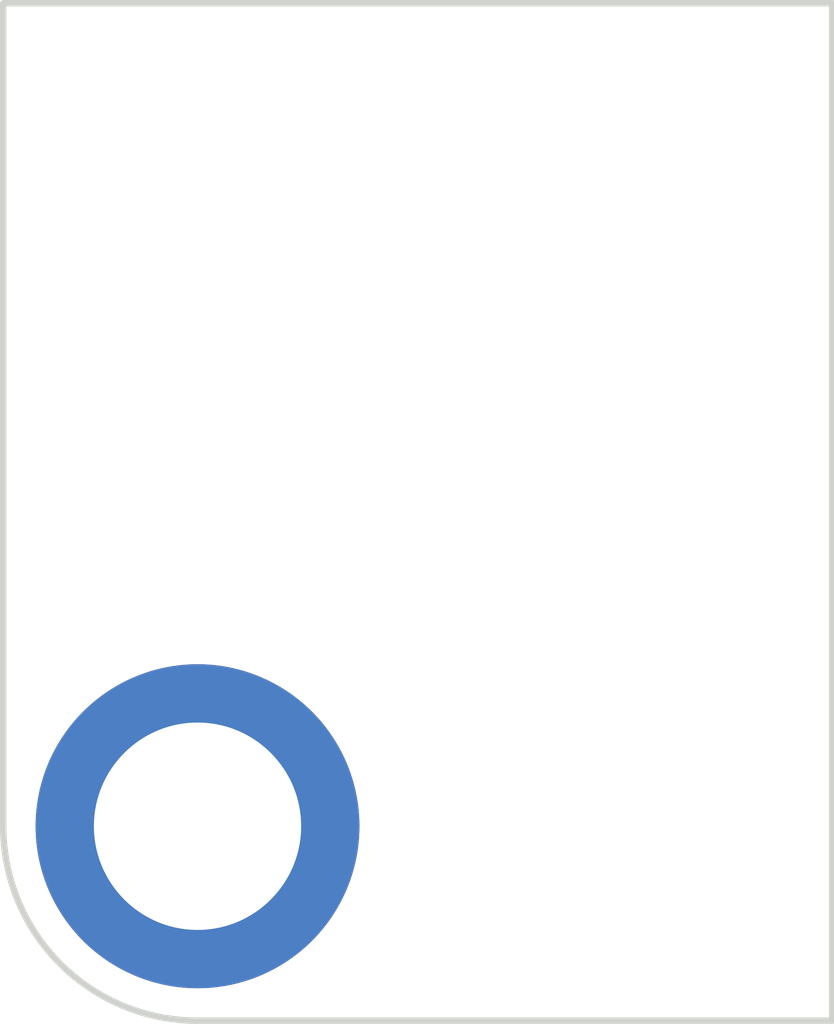
<source format=kicad_pcb>
(kicad_pcb (version 20240108) (generator "pcbnew") (generator_version "8.0")
  (layers (0 "F.Cu" signal) (31 "B.Cu" signal) (34 "B.Paste" user) (35 "F.Paste" user) (36 "B.SilkS" user "B.Silkscreen") (37 "F.SilkS" user "F.Silkscreen") (38 "B.Mask" user) (39 "F.Mask" user) (44 "Edge.Cuts" user))
  (net 0 "")
  (footprint "MountingHole:MountingHole_3.2mm_M3_ISO14580_Pad" (layer "F.Cu") (at 70.3 153.4)
    (property "Reference" "H205" (hide yes))
    (property "Value" "M3" (hide yes))
    (pad "1" thru_hole circle (at 0 0) (size 5 5.5) (drill 3.2) (layers "*.Cu" "*.Mask"))
  )
  (gr_line (start 67.3 153.4) (end 67.3 140.7) (stroke (width 0.1)) (layer "Edge.Cuts"))
  (gr_line (start 67.3 140.7) (end 80.1 140.7) (stroke (width 0.1)) (layer "Edge.Cuts"))
  (gr_arc (start 70.3 156.4) (mid 68.178686 155.521314) (end 67.3 153.4) (stroke (width 0.1)) (layer "Edge.Cuts"))
  (gr_line (start 80.1 156.4) (end 70.3 156.4) (stroke (width 0.1)) (layer "Edge.Cuts"))
  (gr_line (start 80.1 140.7) (end 80.1 156.4) (stroke (width 0.1)) (layer "Edge.Cuts"))
)
</source>
